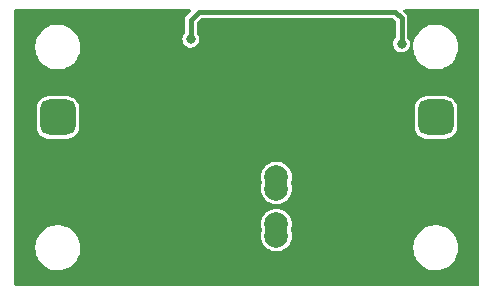
<source format=gbl>
%TF.GenerationSoftware,KiCad,Pcbnew,(6.0.7)*%
%TF.CreationDate,2022-10-09T14:23:20+03:00*%
%TF.ProjectId,mc34063-step-down,6d633334-3036-4332-9d73-7465702d646f,rev?*%
%TF.SameCoordinates,Original*%
%TF.FileFunction,Copper,L2,Bot*%
%TF.FilePolarity,Positive*%
%FSLAX46Y46*%
G04 Gerber Fmt 4.6, Leading zero omitted, Abs format (unit mm)*
G04 Created by KiCad (PCBNEW (6.0.7)) date 2022-10-09 14:23:20*
%MOMM*%
%LPD*%
G01*
G04 APERTURE LIST*
G04 Aperture macros list*
%AMRoundRect*
0 Rectangle with rounded corners*
0 $1 Rounding radius*
0 $2 $3 $4 $5 $6 $7 $8 $9 X,Y pos of 4 corners*
0 Add a 4 corners polygon primitive as box body*
4,1,4,$2,$3,$4,$5,$6,$7,$8,$9,$2,$3,0*
0 Add four circle primitives for the rounded corners*
1,1,$1+$1,$2,$3*
1,1,$1+$1,$4,$5*
1,1,$1+$1,$6,$7*
1,1,$1+$1,$8,$9*
0 Add four rect primitives between the rounded corners*
20,1,$1+$1,$2,$3,$4,$5,0*
20,1,$1+$1,$4,$5,$6,$7,0*
20,1,$1+$1,$6,$7,$8,$9,0*
20,1,$1+$1,$8,$9,$2,$3,0*%
G04 Aperture macros list end*
%TA.AperFunction,ComponentPad*%
%ADD10C,2.000000*%
%TD*%
%TA.AperFunction,ComponentPad*%
%ADD11RoundRect,0.750000X-0.750000X0.750000X-0.750000X-0.750000X0.750000X-0.750000X0.750000X0.750000X0*%
%TD*%
%TA.AperFunction,ViaPad*%
%ADD12C,0.800000*%
%TD*%
%TA.AperFunction,Conductor*%
%ADD13C,0.400000*%
%TD*%
G04 APERTURE END LIST*
D10*
%TO.P,U2,1*%
%TO.N,Net-(D1-Pad1)*%
X94000000Y-61000000D03*
X94000000Y-60000000D03*
%TO.P,U2,2*%
%TO.N,/Vout*%
X94000000Y-64000000D03*
X94000000Y-65000000D03*
%TD*%
D11*
%TO.P,J1,1,Pin_1*%
%TO.N,/In*%
X75500000Y-54960000D03*
%TO.P,J1,2,Pin_2*%
%TO.N,GND*%
X75500000Y-60040000D03*
%TD*%
%TO.P,J2,1,Pin_1*%
%TO.N,/Vout*%
X107500000Y-54960000D03*
%TO.P,J2,2,Pin_2*%
%TO.N,GND*%
X107500000Y-60040000D03*
%TD*%
D12*
%TO.N,GND*%
X109500000Y-51500000D03*
X104500000Y-61500000D03*
X104500000Y-63500000D03*
X102500000Y-66500000D03*
X102500000Y-63500000D03*
X102500000Y-61500000D03*
X98500000Y-47500000D03*
X90500000Y-49500000D03*
X90500000Y-47500000D03*
X78500000Y-47500000D03*
X80500000Y-47500000D03*
X80500000Y-49500000D03*
X78500000Y-49500000D03*
X82500000Y-63500000D03*
X80500000Y-63500000D03*
X80500000Y-66500000D03*
X82500000Y-66500000D03*
X78500000Y-66500000D03*
X78500000Y-63500000D03*
X84500000Y-63500000D03*
X90500000Y-63500000D03*
X90500000Y-61500000D03*
X84500000Y-61500000D03*
X82500000Y-61500000D03*
X80500000Y-61500000D03*
X78500000Y-61500000D03*
X82500000Y-58500000D03*
X80500000Y-58500000D03*
X78500000Y-58500000D03*
%TO.N,/Vfeedback*%
X86750000Y-48350000D03*
X104600000Y-48750000D03*
%TD*%
D13*
%TO.N,/Vfeedback*%
X104050000Y-46000000D02*
X87450000Y-46000000D01*
X87450000Y-46000000D02*
X86750000Y-46700000D01*
X86750000Y-46700000D02*
X86750000Y-48350000D01*
X104600000Y-46550000D02*
X104050000Y-46000000D01*
X104600000Y-48750000D02*
X104600000Y-46550000D01*
%TD*%
%TA.AperFunction,Conductor*%
%TO.N,GND*%
G36*
X86705617Y-45820502D02*
G01*
X86752110Y-45874158D01*
X86762214Y-45944432D01*
X86732720Y-46009012D01*
X86726597Y-46015590D01*
X86584010Y-46158176D01*
X86445717Y-46296469D01*
X86436376Y-46303932D01*
X86436708Y-46304322D01*
X86429872Y-46310140D01*
X86422280Y-46314930D01*
X86416338Y-46321658D01*
X86416337Y-46321659D01*
X86387244Y-46354601D01*
X86381897Y-46360289D01*
X86370680Y-46371506D01*
X86367991Y-46375094D01*
X86367990Y-46375095D01*
X86364550Y-46379684D01*
X86358168Y-46387523D01*
X86327377Y-46422388D01*
X86323563Y-46430511D01*
X86321492Y-46433664D01*
X86313673Y-46446676D01*
X86311856Y-46449995D01*
X86306474Y-46457176D01*
X86303325Y-46465577D01*
X86303324Y-46465578D01*
X86290144Y-46500736D01*
X86286217Y-46510053D01*
X86270263Y-46544034D01*
X86270262Y-46544037D01*
X86266447Y-46552163D01*
X86265065Y-46561037D01*
X86263961Y-46564650D01*
X86260115Y-46579307D01*
X86259301Y-46583010D01*
X86256148Y-46591420D01*
X86252698Y-46637843D01*
X86251548Y-46647856D01*
X86249500Y-46661009D01*
X86249500Y-46676204D01*
X86249154Y-46685541D01*
X86245524Y-46734392D01*
X86247397Y-46743168D01*
X86248008Y-46752125D01*
X86248002Y-46752125D01*
X86249500Y-46766318D01*
X86249500Y-47804288D01*
X86229498Y-47872409D01*
X86225444Y-47877719D01*
X86225604Y-47877831D01*
X86147246Y-47989324D01*
X86128113Y-48016547D01*
X86066524Y-48174513D01*
X86065532Y-48182046D01*
X86065532Y-48182047D01*
X86051615Y-48287764D01*
X86044394Y-48342611D01*
X86062999Y-48511135D01*
X86121266Y-48670356D01*
X86125502Y-48676659D01*
X86125502Y-48676660D01*
X86138574Y-48696113D01*
X86215830Y-48811083D01*
X86221442Y-48816190D01*
X86221445Y-48816193D01*
X86335612Y-48920077D01*
X86335616Y-48920080D01*
X86341233Y-48925191D01*
X86347906Y-48928814D01*
X86347910Y-48928817D01*
X86483558Y-49002467D01*
X86483560Y-49002468D01*
X86490235Y-49006092D01*
X86497584Y-49008020D01*
X86646883Y-49047188D01*
X86646885Y-49047188D01*
X86654233Y-49049116D01*
X86740609Y-49050473D01*
X86816161Y-49051660D01*
X86816164Y-49051660D01*
X86823760Y-49051779D01*
X86831165Y-49050083D01*
X86831166Y-49050083D01*
X86891586Y-49036245D01*
X86989029Y-49013928D01*
X87140498Y-48937747D01*
X87269423Y-48827634D01*
X87368361Y-48689947D01*
X87376237Y-48670356D01*
X87428766Y-48539687D01*
X87428767Y-48539685D01*
X87431601Y-48532634D01*
X87449007Y-48410330D01*
X87454909Y-48368862D01*
X87454909Y-48368859D01*
X87455490Y-48364778D01*
X87455645Y-48350000D01*
X87453840Y-48335080D01*
X87447541Y-48283030D01*
X87435276Y-48181680D01*
X87375345Y-48023077D01*
X87279312Y-47883349D01*
X87279776Y-47883030D01*
X87251941Y-47823438D01*
X87250500Y-47804437D01*
X87250500Y-46959504D01*
X87270502Y-46891383D01*
X87287405Y-46870409D01*
X87620409Y-46537405D01*
X87682721Y-46503379D01*
X87709504Y-46500500D01*
X103790496Y-46500500D01*
X103858617Y-46520502D01*
X103879591Y-46537405D01*
X104062595Y-46720409D01*
X104096621Y-46782721D01*
X104099500Y-46809504D01*
X104099500Y-48204288D01*
X104079498Y-48272409D01*
X104075444Y-48277719D01*
X104075604Y-48277831D01*
X103982662Y-48410075D01*
X103978113Y-48416547D01*
X103916524Y-48574513D01*
X103915532Y-48582046D01*
X103915532Y-48582047D01*
X103901747Y-48686760D01*
X103894394Y-48742611D01*
X103912999Y-48911135D01*
X103928031Y-48952211D01*
X103964468Y-49051779D01*
X103971266Y-49070356D01*
X103975502Y-49076659D01*
X103975502Y-49076660D01*
X103988574Y-49096113D01*
X104065830Y-49211083D01*
X104071442Y-49216190D01*
X104071445Y-49216193D01*
X104185612Y-49320077D01*
X104185616Y-49320080D01*
X104191233Y-49325191D01*
X104197906Y-49328814D01*
X104197910Y-49328817D01*
X104333558Y-49402467D01*
X104333560Y-49402468D01*
X104340235Y-49406092D01*
X104347584Y-49408020D01*
X104496883Y-49447188D01*
X104496885Y-49447188D01*
X104504233Y-49449116D01*
X104590609Y-49450473D01*
X104666161Y-49451660D01*
X104666164Y-49451660D01*
X104673760Y-49451779D01*
X104681165Y-49450083D01*
X104681166Y-49450083D01*
X104741586Y-49436245D01*
X104839029Y-49413928D01*
X104990498Y-49337747D01*
X105069713Y-49270090D01*
X105113651Y-49232564D01*
X105113652Y-49232563D01*
X105119423Y-49227634D01*
X105218361Y-49089947D01*
X105226237Y-49070356D01*
X105237140Y-49043233D01*
X105594906Y-49043233D01*
X105621102Y-49317792D01*
X105622187Y-49322226D01*
X105622188Y-49322232D01*
X105653266Y-49449235D01*
X105686657Y-49585694D01*
X105790199Y-49841326D01*
X105792500Y-49845256D01*
X105792503Y-49845262D01*
X105927255Y-50075403D01*
X105927260Y-50075410D01*
X105929558Y-50079335D01*
X105932405Y-50082895D01*
X106050028Y-50229974D01*
X106101816Y-50294732D01*
X106303364Y-50483008D01*
X106529979Y-50640216D01*
X106534055Y-50642244D01*
X106534057Y-50642245D01*
X106772827Y-50761032D01*
X106772830Y-50761033D01*
X106776914Y-50763065D01*
X107038998Y-50848980D01*
X107043489Y-50849760D01*
X107043490Y-50849760D01*
X107306957Y-50895506D01*
X107306965Y-50895507D01*
X107310738Y-50896162D01*
X107314575Y-50896353D01*
X107396305Y-50900422D01*
X107396313Y-50900422D01*
X107397876Y-50900500D01*
X107570070Y-50900500D01*
X107572338Y-50900335D01*
X107572350Y-50900335D01*
X107706603Y-50890594D01*
X107775083Y-50885625D01*
X107779538Y-50884641D01*
X107779541Y-50884641D01*
X108039947Y-50827148D01*
X108039950Y-50827147D01*
X108044403Y-50826164D01*
X108302319Y-50728449D01*
X108543428Y-50594525D01*
X108762678Y-50427198D01*
X108765873Y-50423930D01*
X108952283Y-50233242D01*
X108952287Y-50233237D01*
X108955477Y-50229974D01*
X109117787Y-50006984D01*
X109246206Y-49762899D01*
X109338045Y-49502832D01*
X109374516Y-49317792D01*
X109390499Y-49236704D01*
X109390500Y-49236698D01*
X109391380Y-49232232D01*
X109398464Y-49089947D01*
X109404867Y-48961336D01*
X109404867Y-48961330D01*
X109405094Y-48956767D01*
X109378898Y-48682208D01*
X109377541Y-48676660D01*
X109314429Y-48418744D01*
X109313343Y-48414306D01*
X109209801Y-48158674D01*
X109207500Y-48154744D01*
X109207497Y-48154738D01*
X109072745Y-47924597D01*
X109072740Y-47924590D01*
X109070442Y-47920665D01*
X108952927Y-47773720D01*
X108901036Y-47708834D01*
X108901035Y-47708833D01*
X108898184Y-47705268D01*
X108696636Y-47516992D01*
X108470021Y-47359784D01*
X108292667Y-47271551D01*
X108227173Y-47238968D01*
X108227170Y-47238967D01*
X108223086Y-47236935D01*
X107961002Y-47151020D01*
X107956510Y-47150240D01*
X107693043Y-47104494D01*
X107693035Y-47104493D01*
X107689262Y-47103838D01*
X107679029Y-47103329D01*
X107603695Y-47099578D01*
X107603687Y-47099578D01*
X107602124Y-47099500D01*
X107429930Y-47099500D01*
X107427662Y-47099665D01*
X107427650Y-47099665D01*
X107293397Y-47109406D01*
X107224917Y-47114375D01*
X107220462Y-47115359D01*
X107220459Y-47115359D01*
X106960053Y-47172852D01*
X106960050Y-47172853D01*
X106955597Y-47173836D01*
X106697681Y-47271551D01*
X106456572Y-47405475D01*
X106237322Y-47572802D01*
X106234129Y-47576068D01*
X106234127Y-47576070D01*
X106047717Y-47766758D01*
X106047713Y-47766763D01*
X106044523Y-47770026D01*
X106041836Y-47773718D01*
X106041834Y-47773720D01*
X105960012Y-47886132D01*
X105882213Y-47993016D01*
X105753794Y-48237101D01*
X105661955Y-48497168D01*
X105661075Y-48501634D01*
X105612932Y-48745892D01*
X105608620Y-48767768D01*
X105608393Y-48772322D01*
X105608393Y-48772324D01*
X105596281Y-49015623D01*
X105594906Y-49043233D01*
X105237140Y-49043233D01*
X105278766Y-48939687D01*
X105278767Y-48939685D01*
X105281601Y-48932634D01*
X105295843Y-48832564D01*
X105304909Y-48768862D01*
X105304909Y-48768859D01*
X105305490Y-48764778D01*
X105305645Y-48750000D01*
X105303840Y-48735080D01*
X105286188Y-48589220D01*
X105285276Y-48581680D01*
X105225345Y-48423077D01*
X105129312Y-48283349D01*
X105129776Y-48283030D01*
X105101941Y-48223438D01*
X105100500Y-48204437D01*
X105100500Y-46620176D01*
X105101828Y-46608296D01*
X105101317Y-46608255D01*
X105102037Y-46599307D01*
X105104018Y-46590552D01*
X105100742Y-46537745D01*
X105100500Y-46529943D01*
X105100500Y-46514060D01*
X105099271Y-46505473D01*
X105099052Y-46503942D01*
X105098022Y-46493891D01*
X105095697Y-46456420D01*
X105095697Y-46456419D01*
X105095141Y-46447461D01*
X105092093Y-46439017D01*
X105091328Y-46435324D01*
X105087653Y-46420584D01*
X105086596Y-46416968D01*
X105085323Y-46408082D01*
X105066067Y-46365730D01*
X105062255Y-46356367D01*
X105046460Y-46312613D01*
X105041162Y-46305361D01*
X105039383Y-46302015D01*
X105031726Y-46288911D01*
X105029697Y-46285739D01*
X105025984Y-46277572D01*
X105020129Y-46270776D01*
X105020127Y-46270774D01*
X104995610Y-46242321D01*
X104989325Y-46234405D01*
X104984352Y-46227598D01*
X104984346Y-46227591D01*
X104981477Y-46223664D01*
X104978040Y-46220227D01*
X104978034Y-46220220D01*
X104970741Y-46212928D01*
X104964383Y-46206081D01*
X104938259Y-46175763D01*
X104932400Y-46168963D01*
X104924866Y-46164079D01*
X104918104Y-46158181D01*
X104918108Y-46158176D01*
X104907014Y-46149200D01*
X104773409Y-46015595D01*
X104739383Y-45953283D01*
X104744448Y-45882468D01*
X104786995Y-45825632D01*
X104853515Y-45800821D01*
X104862504Y-45800500D01*
X111073500Y-45800500D01*
X111141621Y-45820502D01*
X111188114Y-45874158D01*
X111199500Y-45926500D01*
X111199500Y-69073500D01*
X111179498Y-69141621D01*
X111125842Y-69188114D01*
X111073500Y-69199500D01*
X71926500Y-69199500D01*
X71858379Y-69179498D01*
X71811886Y-69125842D01*
X71800500Y-69073500D01*
X71800500Y-66043233D01*
X73594906Y-66043233D01*
X73621102Y-66317792D01*
X73686657Y-66585694D01*
X73790199Y-66841326D01*
X73792500Y-66845256D01*
X73792503Y-66845262D01*
X73927255Y-67075403D01*
X73927260Y-67075410D01*
X73929558Y-67079335D01*
X73932405Y-67082895D01*
X74050028Y-67229974D01*
X74101816Y-67294732D01*
X74303364Y-67483008D01*
X74529979Y-67640216D01*
X74534055Y-67642244D01*
X74534057Y-67642245D01*
X74772827Y-67761032D01*
X74772830Y-67761033D01*
X74776914Y-67763065D01*
X75038998Y-67848980D01*
X75043489Y-67849760D01*
X75043490Y-67849760D01*
X75306957Y-67895506D01*
X75306965Y-67895507D01*
X75310738Y-67896162D01*
X75314575Y-67896353D01*
X75396305Y-67900422D01*
X75396313Y-67900422D01*
X75397876Y-67900500D01*
X75570070Y-67900500D01*
X75572338Y-67900335D01*
X75572350Y-67900335D01*
X75706603Y-67890594D01*
X75775083Y-67885625D01*
X75779538Y-67884641D01*
X75779541Y-67884641D01*
X76039947Y-67827148D01*
X76039950Y-67827147D01*
X76044403Y-67826164D01*
X76302319Y-67728449D01*
X76543428Y-67594525D01*
X76762678Y-67427198D01*
X76765873Y-67423930D01*
X76952283Y-67233242D01*
X76952287Y-67233237D01*
X76955477Y-67229974D01*
X77117787Y-67006984D01*
X77246206Y-66762899D01*
X77338045Y-66502832D01*
X77374516Y-66317792D01*
X77390499Y-66236704D01*
X77390500Y-66236698D01*
X77391380Y-66232232D01*
X77391607Y-66227676D01*
X77404867Y-65961336D01*
X77404867Y-65961330D01*
X77405094Y-65956767D01*
X77378898Y-65682208D01*
X77372789Y-65657239D01*
X77314429Y-65418744D01*
X77313343Y-65414306D01*
X77209801Y-65158674D01*
X77207500Y-65154744D01*
X77207497Y-65154738D01*
X77116895Y-65000000D01*
X92694532Y-65000000D01*
X92714365Y-65226692D01*
X92773261Y-65446496D01*
X92869432Y-65652734D01*
X92999953Y-65839139D01*
X93160861Y-66000047D01*
X93347266Y-66130568D01*
X93352244Y-66132889D01*
X93352247Y-66132891D01*
X93548522Y-66224416D01*
X93553504Y-66226739D01*
X93558812Y-66228161D01*
X93558814Y-66228162D01*
X93767993Y-66284211D01*
X93767995Y-66284211D01*
X93773308Y-66285635D01*
X94000000Y-66305468D01*
X94226692Y-66285635D01*
X94232005Y-66284211D01*
X94232007Y-66284211D01*
X94441186Y-66228162D01*
X94441188Y-66228161D01*
X94446496Y-66226739D01*
X94451478Y-66224416D01*
X94647753Y-66132891D01*
X94647756Y-66132889D01*
X94652734Y-66130568D01*
X94777462Y-66043233D01*
X105594906Y-66043233D01*
X105621102Y-66317792D01*
X105686657Y-66585694D01*
X105790199Y-66841326D01*
X105792500Y-66845256D01*
X105792503Y-66845262D01*
X105927255Y-67075403D01*
X105927260Y-67075410D01*
X105929558Y-67079335D01*
X105932405Y-67082895D01*
X106050028Y-67229974D01*
X106101816Y-67294732D01*
X106303364Y-67483008D01*
X106529979Y-67640216D01*
X106534055Y-67642244D01*
X106534057Y-67642245D01*
X106772827Y-67761032D01*
X106772830Y-67761033D01*
X106776914Y-67763065D01*
X107038998Y-67848980D01*
X107043489Y-67849760D01*
X107043490Y-67849760D01*
X107306957Y-67895506D01*
X107306965Y-67895507D01*
X107310738Y-67896162D01*
X107314575Y-67896353D01*
X107396305Y-67900422D01*
X107396313Y-67900422D01*
X107397876Y-67900500D01*
X107570070Y-67900500D01*
X107572338Y-67900335D01*
X107572350Y-67900335D01*
X107706603Y-67890594D01*
X107775083Y-67885625D01*
X107779538Y-67884641D01*
X107779541Y-67884641D01*
X108039947Y-67827148D01*
X108039950Y-67827147D01*
X108044403Y-67826164D01*
X108302319Y-67728449D01*
X108543428Y-67594525D01*
X108762678Y-67427198D01*
X108765873Y-67423930D01*
X108952283Y-67233242D01*
X108952287Y-67233237D01*
X108955477Y-67229974D01*
X109117787Y-67006984D01*
X109246206Y-66762899D01*
X109338045Y-66502832D01*
X109374516Y-66317792D01*
X109390499Y-66236704D01*
X109390500Y-66236698D01*
X109391380Y-66232232D01*
X109391607Y-66227676D01*
X109404867Y-65961336D01*
X109404867Y-65961330D01*
X109405094Y-65956767D01*
X109378898Y-65682208D01*
X109372789Y-65657239D01*
X109314429Y-65418744D01*
X109313343Y-65414306D01*
X109209801Y-65158674D01*
X109207500Y-65154744D01*
X109207497Y-65154738D01*
X109072745Y-64924597D01*
X109072740Y-64924590D01*
X109070442Y-64920665D01*
X108952597Y-64773308D01*
X108901036Y-64708834D01*
X108901035Y-64708833D01*
X108898184Y-64705268D01*
X108753413Y-64570030D01*
X108699972Y-64520108D01*
X108699969Y-64520106D01*
X108696636Y-64516992D01*
X108470021Y-64359784D01*
X108292667Y-64271551D01*
X108227173Y-64238968D01*
X108227170Y-64238967D01*
X108223086Y-64236935D01*
X107961002Y-64151020D01*
X107956510Y-64150240D01*
X107693043Y-64104494D01*
X107693035Y-64104493D01*
X107689262Y-64103838D01*
X107679029Y-64103329D01*
X107603695Y-64099578D01*
X107603687Y-64099578D01*
X107602124Y-64099500D01*
X107429930Y-64099500D01*
X107427662Y-64099665D01*
X107427650Y-64099665D01*
X107293397Y-64109406D01*
X107224917Y-64114375D01*
X107220462Y-64115359D01*
X107220459Y-64115359D01*
X106960053Y-64172852D01*
X106960050Y-64172853D01*
X106955597Y-64173836D01*
X106697681Y-64271551D01*
X106456572Y-64405475D01*
X106237322Y-64572802D01*
X106234129Y-64576068D01*
X106234127Y-64576070D01*
X106047717Y-64766758D01*
X106047713Y-64766763D01*
X106044523Y-64770026D01*
X105882213Y-64993016D01*
X105753794Y-65237101D01*
X105661955Y-65497168D01*
X105661075Y-65501634D01*
X105624587Y-65686760D01*
X105608620Y-65767768D01*
X105608393Y-65772322D01*
X105608393Y-65772324D01*
X105596899Y-66003206D01*
X105594906Y-66043233D01*
X94777462Y-66043233D01*
X94839139Y-66000047D01*
X95000047Y-65839139D01*
X95130568Y-65652734D01*
X95226739Y-65446496D01*
X95285635Y-65226692D01*
X95305468Y-65000000D01*
X95285635Y-64773308D01*
X95226739Y-64553504D01*
X95224412Y-64548515D01*
X95222533Y-64543351D01*
X95224988Y-64542457D01*
X95215954Y-64483095D01*
X95223605Y-64457039D01*
X95222533Y-64456649D01*
X95224412Y-64451485D01*
X95226739Y-64446496D01*
X95282346Y-64238968D01*
X95284211Y-64232007D01*
X95284211Y-64232005D01*
X95285635Y-64226692D01*
X95305468Y-64000000D01*
X95285635Y-63773308D01*
X95226739Y-63553504D01*
X95130568Y-63347266D01*
X95000047Y-63160861D01*
X94839139Y-62999953D01*
X94652734Y-62869432D01*
X94647756Y-62867111D01*
X94647753Y-62867109D01*
X94451478Y-62775584D01*
X94451476Y-62775583D01*
X94446496Y-62773261D01*
X94441188Y-62771839D01*
X94441186Y-62771838D01*
X94232007Y-62715789D01*
X94232005Y-62715789D01*
X94226692Y-62714365D01*
X94000000Y-62694532D01*
X93773308Y-62714365D01*
X93767995Y-62715789D01*
X93767993Y-62715789D01*
X93558814Y-62771838D01*
X93558812Y-62771839D01*
X93553504Y-62773261D01*
X93548524Y-62775583D01*
X93548522Y-62775584D01*
X93352247Y-62867109D01*
X93352244Y-62867111D01*
X93347266Y-62869432D01*
X93160861Y-62999953D01*
X92999953Y-63160861D01*
X92869432Y-63347266D01*
X92773261Y-63553504D01*
X92714365Y-63773308D01*
X92694532Y-64000000D01*
X92714365Y-64226692D01*
X92715789Y-64232005D01*
X92715789Y-64232007D01*
X92717654Y-64238968D01*
X92773261Y-64446496D01*
X92775588Y-64451485D01*
X92777467Y-64456649D01*
X92775012Y-64457543D01*
X92784046Y-64516905D01*
X92776395Y-64542961D01*
X92777467Y-64543351D01*
X92775588Y-64548515D01*
X92773261Y-64553504D01*
X92714365Y-64773308D01*
X92694532Y-65000000D01*
X77116895Y-65000000D01*
X77072745Y-64924597D01*
X77072740Y-64924590D01*
X77070442Y-64920665D01*
X76952597Y-64773308D01*
X76901036Y-64708834D01*
X76901035Y-64708833D01*
X76898184Y-64705268D01*
X76753413Y-64570030D01*
X76699972Y-64520108D01*
X76699969Y-64520106D01*
X76696636Y-64516992D01*
X76470021Y-64359784D01*
X76292667Y-64271551D01*
X76227173Y-64238968D01*
X76227170Y-64238967D01*
X76223086Y-64236935D01*
X75961002Y-64151020D01*
X75956510Y-64150240D01*
X75693043Y-64104494D01*
X75693035Y-64104493D01*
X75689262Y-64103838D01*
X75679029Y-64103329D01*
X75603695Y-64099578D01*
X75603687Y-64099578D01*
X75602124Y-64099500D01*
X75429930Y-64099500D01*
X75427662Y-64099665D01*
X75427650Y-64099665D01*
X75293397Y-64109406D01*
X75224917Y-64114375D01*
X75220462Y-64115359D01*
X75220459Y-64115359D01*
X74960053Y-64172852D01*
X74960050Y-64172853D01*
X74955597Y-64173836D01*
X74697681Y-64271551D01*
X74456572Y-64405475D01*
X74237322Y-64572802D01*
X74234129Y-64576068D01*
X74234127Y-64576070D01*
X74047717Y-64766758D01*
X74047713Y-64766763D01*
X74044523Y-64770026D01*
X73882213Y-64993016D01*
X73753794Y-65237101D01*
X73661955Y-65497168D01*
X73661075Y-65501634D01*
X73624587Y-65686760D01*
X73608620Y-65767768D01*
X73608393Y-65772322D01*
X73608393Y-65772324D01*
X73596899Y-66003206D01*
X73594906Y-66043233D01*
X71800500Y-66043233D01*
X71800500Y-61000000D01*
X92694532Y-61000000D01*
X92714365Y-61226692D01*
X92773261Y-61446496D01*
X92869432Y-61652734D01*
X92999953Y-61839139D01*
X93160861Y-62000047D01*
X93347266Y-62130568D01*
X93352244Y-62132889D01*
X93352247Y-62132891D01*
X93548522Y-62224416D01*
X93553504Y-62226739D01*
X93558812Y-62228161D01*
X93558814Y-62228162D01*
X93767993Y-62284211D01*
X93767995Y-62284211D01*
X93773308Y-62285635D01*
X94000000Y-62305468D01*
X94226692Y-62285635D01*
X94232005Y-62284211D01*
X94232007Y-62284211D01*
X94441186Y-62228162D01*
X94441188Y-62228161D01*
X94446496Y-62226739D01*
X94451478Y-62224416D01*
X94647753Y-62132891D01*
X94647756Y-62132889D01*
X94652734Y-62130568D01*
X94839139Y-62000047D01*
X95000047Y-61839139D01*
X95130568Y-61652734D01*
X95226739Y-61446496D01*
X95285635Y-61226692D01*
X95305468Y-61000000D01*
X95285635Y-60773308D01*
X95226739Y-60553504D01*
X95224412Y-60548515D01*
X95222533Y-60543351D01*
X95224988Y-60542457D01*
X95215954Y-60483095D01*
X95223605Y-60457039D01*
X95222533Y-60456649D01*
X95224412Y-60451485D01*
X95226739Y-60446496D01*
X95285635Y-60226692D01*
X95305468Y-60000000D01*
X95285635Y-59773308D01*
X95226739Y-59553504D01*
X95130568Y-59347266D01*
X95000047Y-59160861D01*
X94839139Y-58999953D01*
X94652734Y-58869432D01*
X94647756Y-58867111D01*
X94647753Y-58867109D01*
X94451478Y-58775584D01*
X94451476Y-58775583D01*
X94446496Y-58773261D01*
X94441188Y-58771839D01*
X94441186Y-58771838D01*
X94232007Y-58715789D01*
X94232005Y-58715789D01*
X94226692Y-58714365D01*
X94000000Y-58694532D01*
X93773308Y-58714365D01*
X93767995Y-58715789D01*
X93767993Y-58715789D01*
X93558814Y-58771838D01*
X93558812Y-58771839D01*
X93553504Y-58773261D01*
X93548524Y-58775583D01*
X93548522Y-58775584D01*
X93352247Y-58867109D01*
X93352244Y-58867111D01*
X93347266Y-58869432D01*
X93160861Y-58999953D01*
X92999953Y-59160861D01*
X92869432Y-59347266D01*
X92773261Y-59553504D01*
X92714365Y-59773308D01*
X92694532Y-60000000D01*
X92714365Y-60226692D01*
X92773261Y-60446496D01*
X92775588Y-60451485D01*
X92777467Y-60456649D01*
X92775012Y-60457543D01*
X92784046Y-60516905D01*
X92776395Y-60542961D01*
X92777467Y-60543351D01*
X92775588Y-60548515D01*
X92773261Y-60553504D01*
X92714365Y-60773308D01*
X92694532Y-61000000D01*
X71800500Y-61000000D01*
X71800500Y-54109663D01*
X73699500Y-54109663D01*
X73699501Y-55810336D01*
X73699821Y-55816673D01*
X73740541Y-56018623D01*
X73819711Y-56208817D01*
X73934316Y-56380011D01*
X74079989Y-56525684D01*
X74251183Y-56640289D01*
X74441377Y-56719459D01*
X74643327Y-56760179D01*
X74647993Y-56760415D01*
X74647998Y-56760416D01*
X74648075Y-56760420D01*
X74648093Y-56760420D01*
X74649663Y-56760500D01*
X74651260Y-56760500D01*
X75504012Y-56760499D01*
X76350336Y-56760499D01*
X76351892Y-56760420D01*
X76351909Y-56760420D01*
X76352003Y-56760415D01*
X76352005Y-56760415D01*
X76356673Y-56760179D01*
X76558623Y-56719459D01*
X76748817Y-56640289D01*
X76920011Y-56525684D01*
X77065684Y-56380011D01*
X77180289Y-56208817D01*
X77259459Y-56018623D01*
X77300179Y-55816673D01*
X77300500Y-55810337D01*
X77300499Y-54109664D01*
X77300499Y-54109663D01*
X105699500Y-54109663D01*
X105699501Y-55810336D01*
X105699821Y-55816673D01*
X105740541Y-56018623D01*
X105819711Y-56208817D01*
X105934316Y-56380011D01*
X106079989Y-56525684D01*
X106251183Y-56640289D01*
X106441377Y-56719459D01*
X106643327Y-56760179D01*
X106647993Y-56760415D01*
X106647998Y-56760416D01*
X106648075Y-56760420D01*
X106648093Y-56760420D01*
X106649663Y-56760500D01*
X106651260Y-56760500D01*
X107504012Y-56760499D01*
X108350336Y-56760499D01*
X108351892Y-56760420D01*
X108351909Y-56760420D01*
X108352003Y-56760415D01*
X108352005Y-56760415D01*
X108356673Y-56760179D01*
X108558623Y-56719459D01*
X108748817Y-56640289D01*
X108920011Y-56525684D01*
X109065684Y-56380011D01*
X109180289Y-56208817D01*
X109259459Y-56018623D01*
X109300179Y-55816673D01*
X109300500Y-55810337D01*
X109300499Y-54109664D01*
X109300179Y-54103327D01*
X109259459Y-53901377D01*
X109180289Y-53711183D01*
X109065684Y-53539989D01*
X108920011Y-53394316D01*
X108748817Y-53279711D01*
X108558623Y-53200541D01*
X108356673Y-53159821D01*
X108352007Y-53159585D01*
X108352002Y-53159584D01*
X108351925Y-53159580D01*
X108351907Y-53159580D01*
X108350337Y-53159500D01*
X108348740Y-53159500D01*
X107495988Y-53159501D01*
X106649664Y-53159501D01*
X106648108Y-53159580D01*
X106648091Y-53159580D01*
X106647997Y-53159585D01*
X106647995Y-53159585D01*
X106643327Y-53159821D01*
X106441377Y-53200541D01*
X106251183Y-53279711D01*
X106079989Y-53394316D01*
X105934316Y-53539989D01*
X105819711Y-53711183D01*
X105740541Y-53901377D01*
X105699821Y-54103327D01*
X105699500Y-54109663D01*
X77300499Y-54109663D01*
X77300179Y-54103327D01*
X77259459Y-53901377D01*
X77180289Y-53711183D01*
X77065684Y-53539989D01*
X76920011Y-53394316D01*
X76748817Y-53279711D01*
X76558623Y-53200541D01*
X76356673Y-53159821D01*
X76352007Y-53159585D01*
X76352002Y-53159584D01*
X76351925Y-53159580D01*
X76351907Y-53159580D01*
X76350337Y-53159500D01*
X76348740Y-53159500D01*
X75495988Y-53159501D01*
X74649664Y-53159501D01*
X74648108Y-53159580D01*
X74648091Y-53159580D01*
X74647997Y-53159585D01*
X74647995Y-53159585D01*
X74643327Y-53159821D01*
X74441377Y-53200541D01*
X74251183Y-53279711D01*
X74079989Y-53394316D01*
X73934316Y-53539989D01*
X73819711Y-53711183D01*
X73740541Y-53901377D01*
X73699821Y-54103327D01*
X73699500Y-54109663D01*
X71800500Y-54109663D01*
X71800500Y-49043233D01*
X73594906Y-49043233D01*
X73621102Y-49317792D01*
X73622187Y-49322226D01*
X73622188Y-49322232D01*
X73653266Y-49449235D01*
X73686657Y-49585694D01*
X73790199Y-49841326D01*
X73792500Y-49845256D01*
X73792503Y-49845262D01*
X73927255Y-50075403D01*
X73927260Y-50075410D01*
X73929558Y-50079335D01*
X73932405Y-50082895D01*
X74050028Y-50229974D01*
X74101816Y-50294732D01*
X74303364Y-50483008D01*
X74529979Y-50640216D01*
X74534055Y-50642244D01*
X74534057Y-50642245D01*
X74772827Y-50761032D01*
X74772830Y-50761033D01*
X74776914Y-50763065D01*
X75038998Y-50848980D01*
X75043489Y-50849760D01*
X75043490Y-50849760D01*
X75306957Y-50895506D01*
X75306965Y-50895507D01*
X75310738Y-50896162D01*
X75314575Y-50896353D01*
X75396305Y-50900422D01*
X75396313Y-50900422D01*
X75397876Y-50900500D01*
X75570070Y-50900500D01*
X75572338Y-50900335D01*
X75572350Y-50900335D01*
X75706603Y-50890594D01*
X75775083Y-50885625D01*
X75779538Y-50884641D01*
X75779541Y-50884641D01*
X76039947Y-50827148D01*
X76039950Y-50827147D01*
X76044403Y-50826164D01*
X76302319Y-50728449D01*
X76543428Y-50594525D01*
X76762678Y-50427198D01*
X76765873Y-50423930D01*
X76952283Y-50233242D01*
X76952287Y-50233237D01*
X76955477Y-50229974D01*
X77117787Y-50006984D01*
X77246206Y-49762899D01*
X77338045Y-49502832D01*
X77374516Y-49317792D01*
X77390499Y-49236704D01*
X77390500Y-49236698D01*
X77391380Y-49232232D01*
X77398464Y-49089947D01*
X77404867Y-48961336D01*
X77404867Y-48961330D01*
X77405094Y-48956767D01*
X77378898Y-48682208D01*
X77377541Y-48676660D01*
X77314429Y-48418744D01*
X77313343Y-48414306D01*
X77209801Y-48158674D01*
X77207500Y-48154744D01*
X77207497Y-48154738D01*
X77072745Y-47924597D01*
X77072740Y-47924590D01*
X77070442Y-47920665D01*
X76952927Y-47773720D01*
X76901036Y-47708834D01*
X76901035Y-47708833D01*
X76898184Y-47705268D01*
X76696636Y-47516992D01*
X76470021Y-47359784D01*
X76292667Y-47271551D01*
X76227173Y-47238968D01*
X76227170Y-47238967D01*
X76223086Y-47236935D01*
X75961002Y-47151020D01*
X75956510Y-47150240D01*
X75693043Y-47104494D01*
X75693035Y-47104493D01*
X75689262Y-47103838D01*
X75679029Y-47103329D01*
X75603695Y-47099578D01*
X75603687Y-47099578D01*
X75602124Y-47099500D01*
X75429930Y-47099500D01*
X75427662Y-47099665D01*
X75427650Y-47099665D01*
X75293397Y-47109406D01*
X75224917Y-47114375D01*
X75220462Y-47115359D01*
X75220459Y-47115359D01*
X74960053Y-47172852D01*
X74960050Y-47172853D01*
X74955597Y-47173836D01*
X74697681Y-47271551D01*
X74456572Y-47405475D01*
X74237322Y-47572802D01*
X74234129Y-47576068D01*
X74234127Y-47576070D01*
X74047717Y-47766758D01*
X74047713Y-47766763D01*
X74044523Y-47770026D01*
X74041836Y-47773718D01*
X74041834Y-47773720D01*
X73960012Y-47886132D01*
X73882213Y-47993016D01*
X73753794Y-48237101D01*
X73661955Y-48497168D01*
X73661075Y-48501634D01*
X73612932Y-48745892D01*
X73608620Y-48767768D01*
X73608393Y-48772322D01*
X73608393Y-48772324D01*
X73596281Y-49015623D01*
X73594906Y-49043233D01*
X71800500Y-49043233D01*
X71800500Y-45926500D01*
X71820502Y-45858379D01*
X71874158Y-45811886D01*
X71926500Y-45800500D01*
X86637496Y-45800500D01*
X86705617Y-45820502D01*
G37*
%TD.AperFunction*%
%TD*%
M02*

</source>
